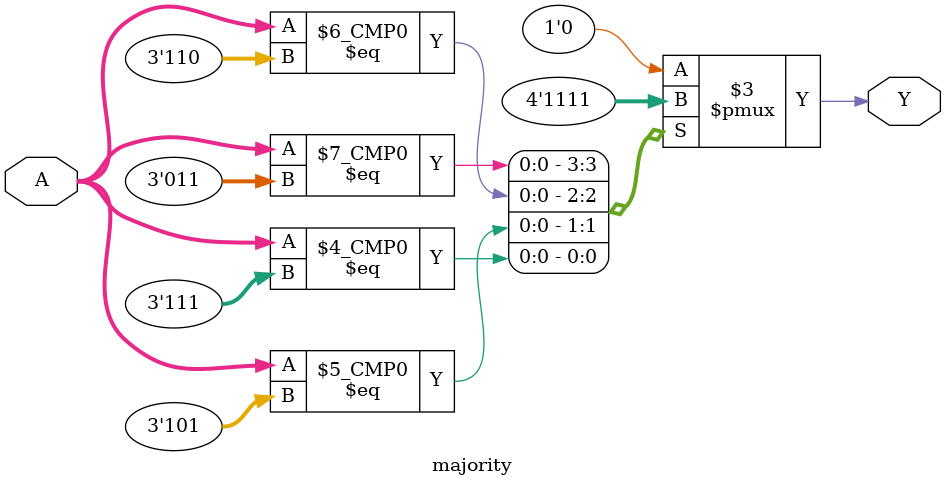
<source format=v>
/* circuito con un ingresso A a 3bit e uscita Y ad 1 bit.
Y=1 se la maggioranza dei bit di A é 1 altrimenti é 0.
Piú semplicemente, l'uscita Y é 1 solo se due o tre bit di A sono 1. */

module majority(A,Y);
    input wire [2:0] A;
    output reg Y;

    always @(A) begin
        case(A)
            3'b011 : Y <= 1;
            3'b110 : Y <= 1;
            3'b101 : Y <= 1;
            3'b111 : Y <= 1;
            default : Y <= 0;
        endcase
    end
endmodule
</source>
